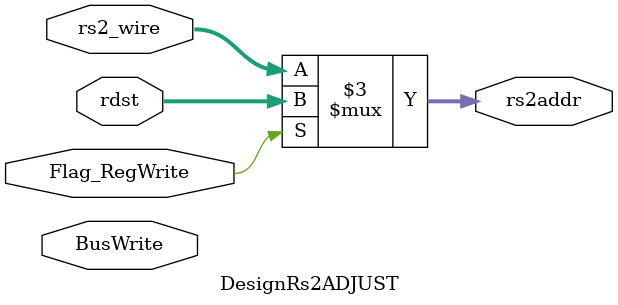
<source format=v>
`timescale 1ns / 1ps


module DesignRs2ADJUST(
    input [31:0]BusWrite,
    input Flag_RegWrite,
    input [4:0]rdst,
    input [4:0]rs2_wire,
    output reg [4:0]rs2addr
    );
    
    always@ (BusWrite) begin
    if(Flag_RegWrite)begin
        rs2addr = rdst;
    end
    else begin
        rs2addr = rs2_wire;
    end
end
endmodule

</source>
